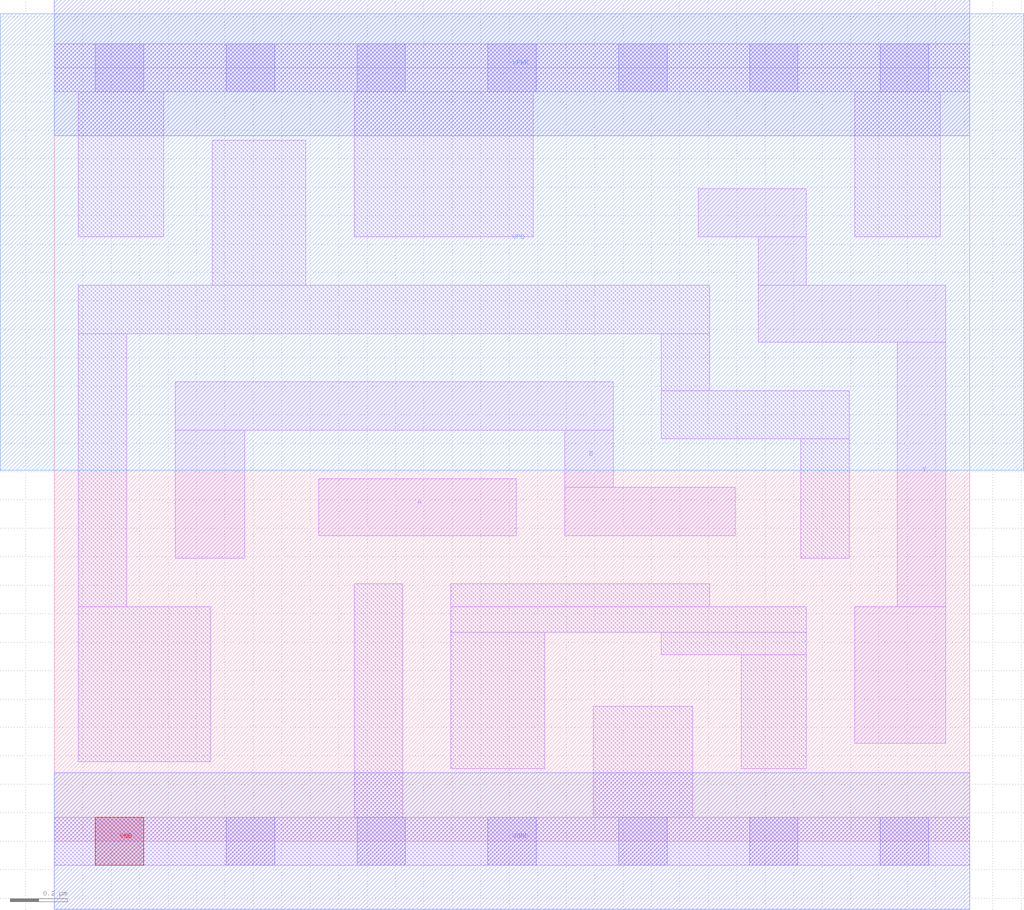
<source format=lef>
# Copyright 2020 The SkyWater PDK Authors
#
# Licensed under the Apache License, Version 2.0 (the "License");
# you may not use this file except in compliance with the License.
# You may obtain a copy of the License at
#
#     https://www.apache.org/licenses/LICENSE-2.0
#
# Unless required by applicable law or agreed to in writing, software
# distributed under the License is distributed on an "AS IS" BASIS,
# WITHOUT WARRANTIES OR CONDITIONS OF ANY KIND, either express or implied.
# See the License for the specific language governing permissions and
# limitations under the License.
#
# SPDX-License-Identifier: Apache-2.0

VERSION 5.7 ;
  NOWIREEXTENSIONATPIN ON ;
  DIVIDERCHAR "/" ;
  BUSBITCHARS "[]" ;
MACRO sky130_fd_sc_hd__xnor2_1
  CLASS CORE ;
  FOREIGN sky130_fd_sc_hd__xnor2_1 ;
  ORIGIN  0.000000  0.000000 ;
  SIZE  3.220000 BY  2.720000 ;
  SYMMETRY X Y R90 ;
  SITE unithd ;
  PIN A
    ANTENNAGATEAREA  0.495000 ;
    DIRECTION INPUT ;
    USE SIGNAL ;
    PORT
      LAYER li1 ;
        RECT 0.930000 1.075000 1.625000 1.275000 ;
    END
  END A
  PIN B
    ANTENNAGATEAREA  0.495000 ;
    DIRECTION INPUT ;
    USE SIGNAL ;
    PORT
      LAYER li1 ;
        RECT 0.425000 0.995000 0.670000 1.445000 ;
        RECT 0.425000 1.445000 1.965000 1.615000 ;
        RECT 1.795000 1.075000 2.395000 1.245000 ;
        RECT 1.795000 1.245000 1.965000 1.445000 ;
    END
  END B
  PIN Y
    ANTENNADIFFAREA  0.525000 ;
    DIRECTION OUTPUT ;
    USE SIGNAL ;
    PORT
      LAYER li1 ;
        RECT 2.265000 2.125000 2.645000 2.295000 ;
        RECT 2.475000 1.755000 3.135000 1.955000 ;
        RECT 2.475000 1.955000 2.645000 2.125000 ;
        RECT 2.815000 0.345000 3.135000 0.825000 ;
        RECT 2.965000 0.825000 3.135000 1.755000 ;
    END
  END Y
  PIN VGND
    DIRECTION INOUT ;
    SHAPE ABUTMENT ;
    USE GROUND ;
    PORT
      LAYER met1 ;
        RECT 0.000000 -0.240000 3.220000 0.240000 ;
    END
  END VGND
  PIN VNB
    DIRECTION INOUT ;
    USE GROUND ;
    PORT
      LAYER pwell ;
        RECT 0.145000 -0.085000 0.315000 0.085000 ;
    END
  END VNB
  PIN VPB
    DIRECTION INOUT ;
    USE POWER ;
    PORT
      LAYER nwell ;
        RECT -0.190000 1.305000 3.410000 2.910000 ;
    END
  END VPB
  PIN VPWR
    DIRECTION INOUT ;
    SHAPE ABUTMENT ;
    USE POWER ;
    PORT
      LAYER met1 ;
        RECT 0.000000 2.480000 3.220000 2.960000 ;
    END
  END VPWR
  OBS
    LAYER li1 ;
      RECT 0.000000 -0.085000 3.220000 0.085000 ;
      RECT 0.000000  2.635000 3.220000 2.805000 ;
      RECT 0.085000  0.280000 0.550000 0.825000 ;
      RECT 0.085000  0.825000 0.255000 1.785000 ;
      RECT 0.085000  1.785000 2.305000 1.955000 ;
      RECT 0.085000  2.125000 0.385000 2.635000 ;
      RECT 0.555000  1.955000 0.885000 2.465000 ;
      RECT 1.055000  0.085000 1.225000 0.905000 ;
      RECT 1.055000  2.125000 1.685000 2.635000 ;
      RECT 1.395000  0.255000 1.725000 0.735000 ;
      RECT 1.395000  0.735000 2.645000 0.825000 ;
      RECT 1.395000  0.825000 2.305000 0.905000 ;
      RECT 1.895000  0.085000 2.245000 0.475000 ;
      RECT 2.135000  0.655000 2.645000 0.735000 ;
      RECT 2.135000  1.415000 2.795000 1.585000 ;
      RECT 2.135000  1.585000 2.305000 1.785000 ;
      RECT 2.415000  0.255000 2.645000 0.655000 ;
      RECT 2.625000  0.995000 2.795000 1.415000 ;
      RECT 2.815000  2.125000 3.115000 2.635000 ;
    LAYER mcon ;
      RECT 0.145000 -0.085000 0.315000 0.085000 ;
      RECT 0.145000  2.635000 0.315000 2.805000 ;
      RECT 0.605000 -0.085000 0.775000 0.085000 ;
      RECT 0.605000  2.635000 0.775000 2.805000 ;
      RECT 1.065000 -0.085000 1.235000 0.085000 ;
      RECT 1.065000  2.635000 1.235000 2.805000 ;
      RECT 1.525000 -0.085000 1.695000 0.085000 ;
      RECT 1.525000  2.635000 1.695000 2.805000 ;
      RECT 1.985000 -0.085000 2.155000 0.085000 ;
      RECT 1.985000  2.635000 2.155000 2.805000 ;
      RECT 2.445000 -0.085000 2.615000 0.085000 ;
      RECT 2.445000  2.635000 2.615000 2.805000 ;
      RECT 2.905000 -0.085000 3.075000 0.085000 ;
      RECT 2.905000  2.635000 3.075000 2.805000 ;
  END
END sky130_fd_sc_hd__xnor2_1
END LIBRARY

</source>
